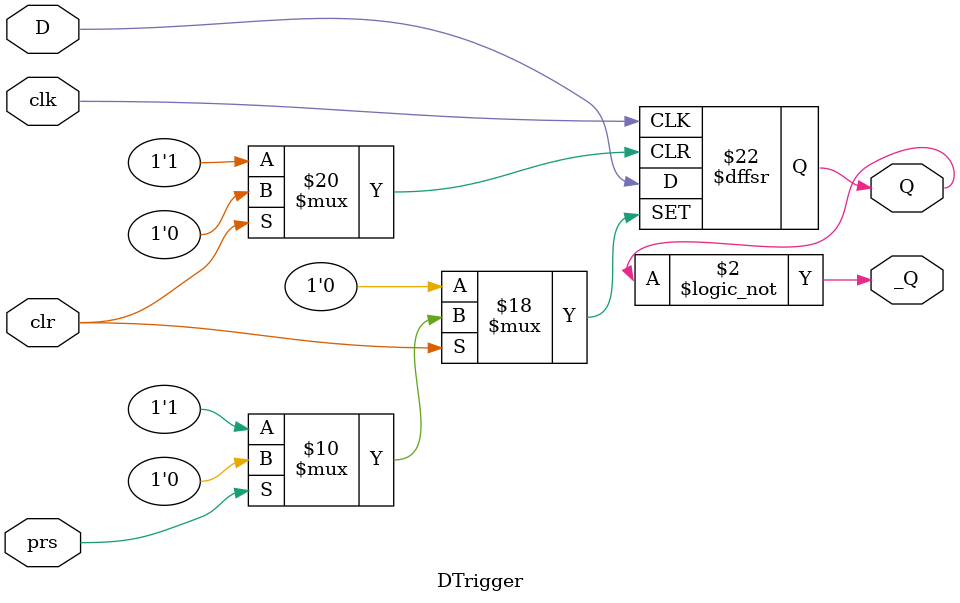
<source format=v>

module DTrigger (input wire D,      //D input
                 input wire clk,    //clock
                 input wire clr,    //clear     clear + preset >= 1
                 input wire prs,    //preset    clear + preset >= 1
                 output reg Q,      //Q out
                 output reg _Q);    //_Q out    _Q == !Q
    always _Q = !Q;
    always@(posedge clk or negedge clr or negedge prs)
        begin
            if(!clr)    //clr == 0 , Q = 0
                begin
                    Q = 0;    
                end
            else if(!prs)
                begin
                    Q = 1;
                end
            else
                begin
                    Q = D;
                end
        end

endmodule

</source>
